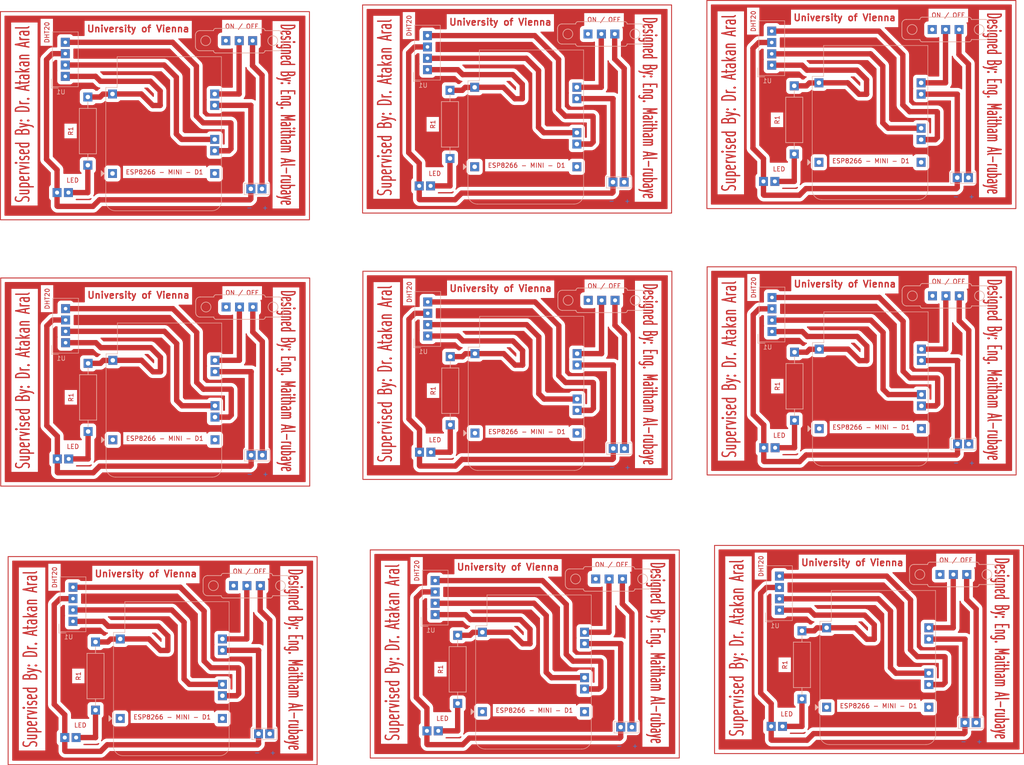
<source format=kicad_pcb>
(kicad_pcb (version 20240225) (generator "pcbnew") (generator_version "8.99")
  (layers (0 "F.Cu" signal) (31 "B.Cu" signal) (34 "B.Paste" user) (35 "F.Paste" user) (36 "B.SilkS" user "B.Silkscreen") (37 "F.SilkS" user "F.Silkscreen") (38 "B.Mask" user) (39 "F.Mask" user) (44 "Edge.Cuts" user))
  (net 0 "")
  (net 1 "Net-(D1-Pad2)")
  (net 2 "Net-(R1-Pad1)")
  (net 4 "Net-(D1-Pad1)")
  (net 5 "Net-(J1-Pad1)")
  (net 7 "Net-(U1-Pad2)")
  (net 8 "Net-(U1-Pad4)")
  (net 9 "Net-(SW1-Pad1)")
  (footprint "LED_THT:LED_D3.0mm_Horizontal_O6.35mm_Z2.0mm" (layer "B.Cu") (at 56.7175 62.025 180)
    (property "Reference" "D1")
    (property "Value" "LED")
  )
  (footprint "Custom_Footprints:Slide_Switch_SPDT_ThroughHole" (layer "B.Cu") (at 175.985 86.12 180)
    (property "Reference" "ON / OFF")
    (property "Value" "")
  )
  (footprint "Sensor:Aosong_DHT11_5.5x12.0_P2.54mm" (layer "B.Cu") (at 57.7425 157.9225)
    (property "Reference" "U1")
    (property "Value" "DHT20")
  )
  (footprint "Module:WEMOS_D1_mini_light" (layer "B.Cu") (at 147.64 115.82)
    (property "Reference" "U2")
    (property "Value" "ESP8266 - MINI - D1")
  )
  (footprint "LED_THT:LED_D3.0mm_Horizontal_O6.35mm_Z2.0mm" (layer "B.Cu") (at 137.78 120.095 180)
    (property "Reference" "D1")
    (property "Value" "LED")
  )
  (footprint "Custom_Footprints:Slide_Switch_SPDT_ThroughHole" (layer "B.Cu") (at 94.9225 28.05 180)
    (property "Reference" "ON / OFF")
    (property "Value" "")
  )
  (footprint "Connector_TE-Connectivity:TE_826576-2_1x02_P3.96mm_Vertical" (layer "B.Cu") (at 180.515 60.99 180)
    (property "Reference" "+   -")
    (property "Value" "Screw_Terminal_01x02")
  )
  (footprint "Custom_Footprints:Slide_Switch_SPDT_ThroughHole" (layer "B.Cu") (at 252.9225 25.55 180)
    (property "Reference" "ON / OFF")
    (property "Value" "")
  )
  (footprint "Connector_TE-Connectivity:TE_826576-2_1x02_P3.96mm_Vertical" (layer "B.Cu") (at 257.515 59.99 180)
    (property "Reference" "+   -")
    (property "Value" "Screw_Terminal_01x02")
  )
  (footprint "Custom_Footprints:Resistor_Horizontal_2W" (layer "B.Cu") (at 220.78 167.66 -90)
    (property "Reference" "R1")
    (property "Value" "R")
  )
  (footprint "LED_THT:LED_D3.0mm_Horizontal_O6.35mm_Z2.0mm" (layer "B.Cu") (at 56.78 121.595 180)
    (property "Reference" "D1")
    (property "Value" "LED")
  )
  (footprint "Custom_Footprints:Slide_Switch_SPDT_ThroughHole" (layer "B.Cu") (at 177.645 148.44 180)
    (property "Reference" "ON / OFF")
    (property "Value" "")
  )
  (footprint "Module:WEMOS_D1_mini_light" (layer "B.Cu") (at 226.3 177.14)
    (property "Reference" "U2")
    (property "Value" "ESP8266 - MINI - D1")
  )
  (footprint "Connector_TE-Connectivity:TE_826576-2_1x02_P3.96mm_Vertical" (layer "B.Cu") (at 101.2375 184.38 180)
    (property "Reference" "+   -")
    (property "Value" "Screw_Terminal_01x02")
  )
  (footprint "Custom_Footprints:Slide_Switch_SPDT_ThroughHole" (layer "B.Cu") (at 175.9225 26.55 180)
    (property "Reference" "ON / OFF")
    (property "Value" "")
  )
  (footprint "Sensor:Aosong_DHT11_5.5x12.0_P2.54mm" (layer "B.Cu") (at 214.02 33.5325)
    (property "Reference" "U1")
    (property "Value" "DHT20")
  )
  (footprint "Sensor:Aosong_DHT11_5.5x12.0_P2.54mm" (layer "B.Cu") (at 56.02 36.0325)
    (property "Reference" "U1")
    (property "Value" "DHT20")
  )
  (footprint "Module:WEMOS_D1_mini_light" (layer "B.Cu") (at 66.64 117.32)
    (property "Reference" "U2")
    (property "Value" "ESP8266 - MINI - D1")
  )
  (footprint "Module:WEMOS_D1_mini_light" (layer "B.Cu") (at 68.3 179.64)
    (property "Reference" "U2")
    (property "Value" "ESP8266 - MINI - D1")
  )
  (footprint "Module:WEMOS_D1_mini_light" (layer "B.Cu") (at 149.3 178.14)
    (property "Reference" "U2")
    (property "Value" "ESP8266 - MINI - D1")
  )
  (footprint "LED_THT:LED_D3.0mm_Horizontal_O6.35mm_Z2.0mm" (layer "B.Cu") (at 58.44 183.915 180)
    (property "Reference" "D1")
    (property "Value" "LED")
  )
  (footprint "Sensor:Aosong_DHT11_5.5x12.0_P2.54mm" (layer "B.Cu") (at 215.7425 155.4225)
    (property "Reference" "U1")
    (property "Value" "DHT20")
  )
  (footprint "Custom_Footprints:Resistor_Horizontal_2W" (layer "B.Cu") (at 142.0575 46.77 -90)
    (property "Reference" "R1")
    (property "Value" "R")
  )
  (footprint "LED_THT:LED_D3.0mm_Horizontal_O6.35mm_Z2.0mm" (layer "B.Cu") (at 139.44 182.415 180)
    (property "Reference" "D1")
    (property "Value" "LED")
  )
  (footprint "Custom_Footprints:Resistor_Horizontal_2W" (layer "B.Cu") (at 61.0575 48.27 -90)
    (property "Reference" "R1")
    (property "Value" "R")
  )
  (footprint "Sensor:Aosong_DHT11_5.5x12.0_P2.54mm" (layer "B.Cu") (at 138.7425 156.4225)
    (property "Reference" "U1")
    (property "Value" "DHT20")
  )
  (footprint "Sensor:Aosong_DHT11_5.5x12.0_P2.54mm" (layer "B.Cu") (at 137.02 34.5325)
    (property "Reference" "U1")
    (property "Value" "DHT20")
  )
  (footprint "Module:WEMOS_D1_mini_light" (layer "B.Cu") (at 147.5775 56.25)
    (property "Reference" "U2")
    (property "Value" "ESP8266 - MINI - D1")
  )
  (footprint "Connector_TE-Connectivity:TE_826576-2_1x02_P3.96mm_Vertical" (layer "B.Cu") (at 182.2375 182.88 180)
    (property "Reference" "+   -")
    (property "Value" "Screw_Terminal_01x02")
  )
  (footprint "LED_THT:LED_D3.0mm_Horizontal_O6.35mm_Z2.0mm" (layer "B.Cu") (at 214.78 119.095 180)
    (property "Reference" "D1")
    (property "Value" "LED")
  )
  (footprint "Sensor:Aosong_DHT11_5.5x12.0_P2.54mm" (layer "B.Cu") (at 56.0825 95.6025)
    (property "Reference" "U1")
    (property "Value" "DHT20")
  )
  (footprint "Module:WEMOS_D1_mini_light" (layer "B.Cu") (at 224.64 114.82)
    (property "Reference" "U2")
    (property "Value" "ESP8266 - MINI - D1")
  )
  (footprint "Custom_Footprints:Resistor_Horizontal_2W" (layer "B.Cu") (at 219.0575 45.77 -90)
    (property "Reference" "R1")
    (property "Value" "R")
  )
  (footprint "Sensor:Aosong_DHT11_5.5x12.0_P2.54mm" (layer "B.Cu") (at 214.0825 93.1025)
    (property "Reference" "U1")
    (property "Value" "DHT20")
  )
  (footprint "Custom_Footprints:Resistor_Horizontal_2W" (layer "B.Cu") (at 142.12 106.34 -90)
    (property "Reference" "R1")
    (property "Value" "R")
  )
  (footprint "Custom_Footprints:Slide_Switch_SPDT_ThroughHole" (layer "B.Cu") (at 254.645 147.44 180)
    (property "Reference" "ON / OFF")
    (property "Value" "")
  )
  (footprint "Connector_TE-Connectivity:TE_826576-2_1x02_P3.96mm_Vertical" (layer "B.Cu") (at 180.5775 120.56 180)
    (property "Reference" "+   -")
    (property "Value" "Screw_Terminal_01x02")
  )
  (footprint "LED_THT:LED_D3.0mm_Horizontal_O6.35mm_Z2.0mm" (layer "B.Cu") (at 214.7175 59.525 180)
    (property "Reference" "D1")
    (property "Value" "LED")
  )
  (footprint "Module:WEMOS_D1_mini_light" (layer "B.Cu") (at 66.5775 57.75)
    (property "Reference" "U2")
    (property "Value" "ESP8266 - MINI - D1")
  )
  (footprint "Connector_TE-Connectivity:TE_826576-2_1x02_P3.96mm_Vertical" (layer "B.Cu") (at 257.5775 119.56 180)
    (property "Reference" "+   -")
    (property "Value" "Screw_Terminal_01x02")
  )
  (footprint "LED_THT:LED_D3.0mm_Horizontal_O6.35mm_Z2.0mm" (layer "B.Cu") (at 137.7175 60.525 180)
    (property "Reference" "D1")
    (property "Value" "LED")
  )
  (footprint "Custom_Footprints:Resistor_Horizontal_2W" (layer "B.Cu") (at 219.12 105.34 -90)
    (property "Reference" "R1")
    (property "Value" "R")
  )
  (footprint "Connector_TE-Connectivity:TE_826576-2_1x02_P3.96mm_Vertical" (layer "B.Cu") (at 99.515 62.49 180)
    (property "Reference" "+   -")
    (property "Value" "Screw_Terminal_01x02")
  )
  (footprint "Custom_Footprints:Slide_Switch_SPDT_ThroughHole" (layer "B.Cu") (at 94.985 87.62 180)
    (property "Reference" "ON / OFF")
    (property "Value" "")
  )
  (footprint "LED_THT:LED_D3.0mm_Horizontal_O6.35mm_Z2.0mm" (layer "B.Cu") (at 216.44 181.415 180)
    (property "Reference" "D1")
    (property "Value" "LED")
  )
  (footprint "Custom_Footprints:Slide_Switch_SPDT_ThroughHole" (layer "B.Cu") (at 252.985 85.12 180)
    (property "Reference" "ON / OFF")
    (property "Value" "")
  )
  (footprint "Connector_TE-Connectivity:TE_826576-2_1x02_P3.96mm_Vertical" (layer "B.Cu") (at 99.5775 122.06 180)
    (property "Reference" "+   -")
    (property "Value" "Screw_Terminal_01x02")
  )
  (footprint "Custom_Footprints:Slide_Switch_SPDT_ThroughHole" (layer "B.Cu") (at 96.645 149.94 180)
    (property "Reference" "ON / OFF")
    (property "Value" "")
  )
  (footprint "Custom_Footprints:Resistor_Horizontal_2W" (layer "B.Cu") (at 61.12 107.84 -90)
    (property "Reference" "R1")
    (property "Value" "R")
  )
  (footprint "Connector_TE-Connectivity:TE_826576-2_1x02_P3.96mm_Vertical" (layer "B.Cu") (at 259.2375 181.88 180)
    (property "Reference" "+   -")
    (property "Value" "Screw_Terminal_01x02")
  )
  (footprint "Module:WEMOS_D1_mini_light" (layer "B.Cu") (at 224.5775 55.25)
    (property "Reference" "U2")
    (property "Value" "ESP8266 - MINI - D1")
  )
  (footprint "Custom_Footprints:Resistor_Horizontal_2W" (layer "B.Cu") (at 143.78 168.66 -90)
    (property "Reference" "R1")
    (property "Value" "R")
  )
  (footprint "Sensor:Aosong_DHT11_5.5x12.0_P2.54mm" (layer "B.Cu") (at 137.0825 94.1025)
    (property "Reference" "U1")
    (property "Value" "DHT20")
  )
  (footprint "Custom_Footprints:Resistor_Horizontal_2W" (layer "B.Cu") (at 62.78 170.16 -90)
    (property "Reference" "R1")
    (property "Value" "R")
  )
  (gr_rect (start 199.575 78.62) (end 268.685 125.18) (stroke (width 0.2)) (fill none) (layer "F.Cu"))
  (gr_rect (start 122.575 79.62) (end 191.685 126.18) (stroke (width 0.2)) (fill none) (layer "F.Cu"))
  (gr_rect (start 122.5125 20.05) (end 191.6225 66.61) (stroke (width 0.2)) (fill none) (layer "F.Cu"))
  (gr_rect (start 41.5125 21.55) (end 110.6225 68.11) (stroke (width 0.2)) (fill none) (layer "F.Cu"))
  (gr_rect (start 124.235 141.94) (end 193.345 188.5) (stroke (width 0.2)) (fill none) (layer "F.Cu"))
  (gr_rect (start 199.5125 19.05) (end 268.6225 65.61) (stroke (width 0.2)) (fill none) (layer "F.Cu"))
  (gr_rect (start 41.575 81.12) (end 110.685 127.68) (stroke (width 0.2)) (fill none) (layer "F.Cu"))
  (gr_rect (start 201.235 140.94) (end 270.345 187.5) (stroke (width 0.2)) (fill none) (layer "F.Cu"))
  (gr_rect (start 43.235 143.44) (end 112.345 190) (stroke (width 0.2)) (fill none) (layer "F.Cu"))
  (gr_text "Designed By: Eng. Maitham Al-rubaye" (at 186.765 102.66 270) (layer "F.Cu") (effects (font (size 3 1.4) (thickness 0.3))))
  (gr_text "Designed By: Eng. Maitham Al-rubaye" (at 263.765 101.66 270) (layer "F.Cu") (effects (font (size 3 1.4) (thickness 0.3))))
  (gr_text "Designed By: Eng. Maitham Al-rubaye" (at 186.7025 43.09 270) (layer "F.Cu") (effects (font (size 3 1.4) (thickness 0.3))))
  (gr_text "Supervised By: Dr. Atakan Aral" (at 46.555 104.06 90) (layer "F.Cu") (effects (font (size 3 1.7) (thickness 0.3))))
  (gr_text "Supervised By: Dr. Atakan Aral" (at 46.4925 44.49 90) (layer "F.Cu") (effects (font (size 3 1.7) (thickness 0.3))))
  (gr_text "Supervised By: Dr. Atakan Aral" (at 127.555 102.56 90) (layer "F.Cu") (effects (font (size 3 1.7) (thickness 0.3))))
  (gr_text "Supervised By: Dr. Atakan Aral" (at 129.215 164.88 90) (layer "F.Cu") (effects (font (size 3 1.7) (thickness 0.3))))
  (gr_text "Designed By: Eng. Maitham Al-rubaye" (at 188.425 164.98 270) (layer "F.Cu") (effects (font (size 3 1.4) (thickness 0.3))))
  (gr_text "Designed By: Eng. Maitham Al-rubaye" (at 105.765 104.16 270) (layer "F.Cu") (effects (font (size 3 1.4) (thickness 0.3))))
  (gr_text "Supervised By: Dr. Atakan Aral" (at 204.4925 41.99 90) (layer "F.Cu") (effects (font (size 3 1.7) (thickness 0.3))))
  (gr_text "Designed By: Eng. Maitham Al-rubaye" (at 105.7025 44.59 270) (layer "F.Cu") (effects (font (size 3 1.4) (thickness 0.3))))
  (gr_text "Designed By: Eng. Maitham Al-rubaye" (at 265.425 163.98 270) (layer "F.Cu") (effects (font (size 3 1.4) (thickness 0.3))))
  (gr_text "Supervised By: Dr. Atakan Aral" (at 206.215 163.88 90) (layer "F.Cu") (effects (font (size 3 1.7) (thickness 0.3))))
  (gr_text "Designed By: Eng. Maitham Al-rubaye" (at 107.425 166.48 270) (layer "F.Cu") (effects (font (size 3 1.4) (thickness 0.3))))
  (gr_text "Supervised By: Dr. Atakan Aral" (at 48.215 166.38 90) (layer "F.Cu") (effects (font (size 3 1.7) (thickness 0.3))))
  (gr_text "Designed By: Eng. Maitham Al-rubaye" (at 263.7025 42.09 270) (layer "F.Cu") (effects (font (size 3 1.4) (thickness 0.3))))
  (gr_text "Supervised By: Dr. Atakan Aral" (at 127.4925 42.99 90) (layer "F.Cu") (effects (font (size 3 1.7) (thickness 0.3))))
  (gr_text "Supervised By: Dr. Atakan Aral" (at 204.555 101.56 90) (layer "F.Cu") (effects (font (size 3 1.7) (thickness 0.3))))
  (segment (start 97.365 123.21) (end 63.73 123.21) (width 1.2) (layer "F.Cu") (net 1))
  (segment (start 211.545 173.98) (end 213.9 176.335) (width 1.2) (layer "F.Cu") (net 1))
  (segment (start 132.8225 53.09) (end 135.1775 55.445) (width 1.2) (layer "F.Cu") (net 1))
  (segment (start 132.8225 30.78) (end 132.8225 53.09) (width 1.2) (layer "F.Cu") (net 1))
  (segment (start 178.515 59.69) (end 178.515 41.0375) (width 1.2) (layer "F.Cu") (net 1))
  (segment (start 255.605 99.58) (end 247.5 99.58) (width 1.2) (layer "F.Cu") (net 1))
  (segment (start 209.885 89.35) (end 209.885 111.66) (width 1.2) (layer "F.Cu") (net 1))
  (segment (start 146.39 184.03) (end 144.92 185.5) (width 1.2) (layer "F.Cu") (net 1))
  (segment (start 99.025 185.53) (end 65.39 185.53) (width 1.2) (layer "F.Cu") (net 1))
  (segment (start 134.0525 29.55) (end 132.8225 30.78) (width 1.2) (layer "F.Cu") (net 1))
  (segment (start 255.365 120.71) (end 221.73 120.71) (width 1.2) (layer "F.Cu") (net 1))
  (segment (start 55.9 178.835) (end 55.9 183.915) (width 1.2) (layer "F.Cu") (net 1))
  (segment (start 212.8725 150.3425) (end 212.775 150.44) (width 0.25) (layer "F.Cu") (net 1))
  (segment (start 135.775 151.44) (end 134.545 152.67) (width 1.2) (layer "F.Cu") (net 1))
  (segment (start 97.605 102.08) (end 89.5 102.08) (width 1.2) (layer "F.Cu") (net 1))
  (segment (start 97.3025 63.64) (end 63.6675 63.64) (width 1.2) (layer "F.Cu") (net 1))
  (segment (start 178.5425 41.01) (end 170.4375 41.01) (width 1.2) (layer "F.Cu") (net 1))
  (segment (start 257.2375 180.58) (end 257.2375 161.9275) (width 1.2) (layer "F.Cu") (net 1))
  (segment (start 136.9 177.335) (end 136.9 182.415) (width 1.2) (layer "F.Cu") (net 1))
  (segment (start 213.9 184.4) (end 214 184.5) (width 0.25) (layer "F.Cu") (net 1))
  (segment (start 255.3025 61.14) (end 221.6675 61.14) (width 1.2) (layer "F.Cu") (net 1))
  (segment (start 65.39 185.53) (end 63.92 187) (width 1.2) (layer "F.Cu") (net 1))
  (segment (start 97.5425 42.51) (end 89.4375 42.51) (width 1.2) (layer "F.Cu") (net 1))
  (segment (start 53.0525 31.05) (end 51.8225 32.28) (width 1.2) (layer "F.Cu") (net 1))
  (segment (start 223.39 183.03) (end 221.92 184.5) (width 1.2) (layer "F.Cu") (net 1))
  (segment (start 99.2375 185.3175) (end 99.025 185.53) (width 1.2) (layer "F.Cu") (net 1))
  (segment (start 255.515 58.69) (end 255.515 40.0375) (width 1.2) (layer "F.Cu") (net 1))
  (segment (start 97.515 61.19) (end 97.515 42.5375) (width 1.2) (layer "F.Cu") (net 1))
  (segment (start 97.5775 122.9975) (end 97.365 123.21) (width 1.2) (layer "F.Cu") (net 1))
  (segment (start 214.0825 88.0225) (end 211.2125 88.0225) (width 1.2) (layer "F.Cu") (net 1))
  (segment (start 134.545 174.98) (end 136.9 177.335) (width 1.2) (layer "F.Cu") (net 1))
  (segment (start 257.2375 182.8175) (end 257.025 183.03) (width 1.2) (layer "F.Cu") (net 1))
  (segment (start 62.26 124.68) (end 54.34 124.68) (width 1.2) (layer "F.Cu") (net 1))
  (segment (start 62.1975 65.11) (end 54.2775 65.11) (width 1.2) (layer "F.Cu") (net 1))
  (segment (start 220.1975 62.61) (end 212.2775 62.61) (width 1.2) (layer "F.Cu") (net 1))
  (segment (start 221.73 120.71) (end 220.26 122.18) (width 1.2) (layer "F.Cu") (net 1))
  (segment (start 144.73 121.71) (end 143.26 123.18) (width 1.2) (layer "F.Cu") (net 1))
  (segment (start 255.5425 40.01) (end 247.4375 40.01) (width 1.2) (layer "F.Cu") (net 1))
  (segment (start 55.9 183.915) (end 55.9 186.9) (width 1.2) (layer "F.Cu") (net 1))
  (segment (start 144.92 185.5) (end 137 185.5) (width 1.2) (layer "F.Cu") (net 1))
  (segment (start 211.0525 28.55) (end 209.8225 29.78) (width 1.2) (layer "F.Cu") (net 1))
  (segment (start 211.115 88.12) (end 209.885 89.35) (width 1.2) (layer "F.Cu") (net 1))
  (segment (start 54.8725 152.8425) (end 54.775 152.94) (width 0.25) (layer "F.Cu") (net 1))
  (segment (start 255.515 60.9275) (end 255.3025 61.14) (width 1.2) (layer "F.Cu") (net 1))
  (segment (start 54.1775 65.01) (end 54.2775 65.11) (width 0.25) (layer "F.Cu") (net 1))
  (segment (start 257.025 183.03) (end 223.39 183.03) (width 1.2) (layer "F.Cu") (net 1))
  (segment (start 63.92 187) (end 56 187) (width 1.2) (layer "F.Cu") (net 1))
  (segment (start 136.9 182.415) (end 136.9 185.4) (width 1.2) (layer "F.Cu") (net 1))
  (segment (start 255.5775 118.26) (end 255.5775 120.4975) (width 1.2) (layer "F.Cu") (net 1))
  (segment (start 56.02 30.9525) (end 53.15 30.9525) (width 1.2) (layer "F.Cu") (net 1))
  (segment (start 178.5775 119.26) (end 178.5775 100.6075) (width 1.2) (layer "F.Cu") (net 1))
  (segment (start 180.025 184.03) (end 146.39 184.03) (width 1.2) (layer "F.Cu") (net 1))
  (segment (start 221.6675 61.14) (end 220.1975 62.61) (width 1.2) (layer "F.Cu") (net 1))
  (segment (start 97.515 61.19) (end 97.515 63.4275) (width 1.2) (layer "F.Cu") (net 1))
  (segment (start 51.885 114.16) (end 54.24 116.515) (width 1.2) (layer "F.Cu") (net 1))
  (segment (start 257.265 161.9) (end 249.16 161.9) (width 1.2) (layer "F.Cu") (net 1))
  (segment (start 97.515 63.4275) (end 97.3025 63.64) (width 1.2) (layer "F.Cu") (net 1))
  (segment (start 134.115 89.12) (end 132.885 90.35) (width 1.2) (layer "F.Cu") (net 1))
  (segment (start 63.6675 63.64) (end 62.1975 65.11) (width 1.2) (layer "F.Cu") (net 1))
  (segment (start 211.545 151.67) (end 211.545 173.98) (width 1.2) (layer "F.Cu") (net 1))
  (segment (start 143.1975 63.61) (end 135.2775 63.61) (width 1.2) (layer "F.Cu") (net 1))
  (segment (start 63.73 123.21) (end 62.26 124.68) (width 1.2) (layer "F.Cu") (net 1))
  (segment (start 135.1775 60.525) (end 135.1775 63.51) (width 1.2) (layer "F.Cu") (net 1))
  (segment (start 178.3025 62.14) (end 144.6675 62.14) (width 1.2) (layer "F.Cu") (net 1))
  (segment (start 135.24 123.08) (end 135.34 123.18) (width 0.25) (layer "F.Cu") (net 1))
  (segment (start 54.775 152.94) (end 53.545 154.17) (width 1.2) (layer "F.Cu") (net 1))
  (segment (start 135.1775 63.51) (end 135.2775 63.61) (width 0.25) (layer "F.Cu") (net 1))
  (segment (start 180.265 162.9) (end 172.16 162.9) (width 1.2) (layer "F.Cu") (net 1))
  (segment (start 136.9 185.4) (end 137 185.5) (width 0.25) (layer "F.Cu") (net 1))
  (segment (start 132.885 90.35) (end 132.885 112.66) (width 1.2) (layer "F.Cu") (net 1))
  (segment (start 212.1775 59.525) (end 212.1775 62.51) (width 1.2) (layer "F.Cu") (net 1))
  (segment (start 135.24 120.095) (end 135.24 123.08) (width 1.2) (layer "F.Cu") (net 1))
  (segment (start 214.02 28.4525) (end 211.15 28.4525) (width 1.2) (layer "F.Cu") (net 1))
  (segment (start 54.24 121.595) (end 54.24 124.58) (width 1.2) (layer "F.Cu") (net 1))
  (segment (start 132.885 112.66) (end 135.24 115.015) (width 1.2) (layer "F.Cu") (net 1))
  (segment (start 180.2375 181.58) (end 180.2375 162.9275) (width 1.2) (layer "F.Cu") (net 1))
  (segment (start 99.265 164.4) (end 91.16 164.4) (width 1.2) (layer "F.Cu") (net 1))
  (segment (start 220.26 122.18) (end 212.34 122.18) (width 1.2) (layer "F.Cu") (net 1))
  (segment (start 221.92 184.5) (end 214 184.5) (width 1.2) (layer "F.Cu") (net 1))
  (segment (start 178.5775 121.4975) (end 178.365 121.71) (width 1.2) (layer "F.Cu") (net 1))
  (segment (start 212.24 122.08) (end 212.34 122.18) (width 0.25) (layer "F.Cu") (net 1))
  (segment (start 213.9 181.415) (end 213.9 184.4) (width 1.2) (layer "F.Cu") (net 1))
  (segment (start 212.1775 54.445) (end 212.1775 59.525) (width 1.2) (layer "F.Cu") (net 1))
  (segment (start 51.885 91.85) (end 51.885 114.16) (width 1.2) (layer "F.Cu") (net 1))
  (segment (start 212.775 150.44) (end 211.545 151.67) (width 1.2) (layer "F.Cu") (net 1))
  (segment (start 134.2125 89.0225) (end 134.115 89.12) (width 0.25) (layer "F.Cu") (net 1))
  (segment (start 51.8225 54.59) (end 54.1775 56.945) (width 1.2) (layer "F.Cu") (net 1))
  (segment (start 257.2375 180.58) (end 257.2375 182.8175) (width 1.2) (layer "F.Cu") (net 1))
  (segment (start 213.9 176.335) (end 213.9 181.415) (width 1.2) (layer "F.Cu") (net 1))
  (segment (start 97.5775 120.76) (end 97.5775 122.9975) (width 1.2) (layer "F.Cu") (net 1))
  (segment (start 209.8225 29.78) (end 209.8225 52.09) (width 1.2) (layer "F.Cu") (net 1))
  (segment (start 209.8225 52.09) (end 212.1775 54.445) (width 1.2) (layer "F.Cu") (net 1))
  (segment (start 99.2375 183.08) (end 99.2375 164.4275) (width 1.2) (layer "F.Cu") (net 1))
  (segment (start 135.24 115.015) (end 135.24 120.095) (width 1.2) (layer "F.Cu") (net 1))
  (segment (start 138.7425 151.3425) (end 135.8725 151.3425) (width 1.2) (layer "F.Cu") (net 1))
  (segment (start 178.365 121.71) (end 144.73 121.71) (width 1.2) (layer "F.Cu") (net 1))
  (segment (start 54.1775 56.945) (end 54.1775 62.025) (width 1.2) (layer "F.Cu") (net 1))
  (segment (start 134.545 152.67) (end 134.545 174.98) (width 1.2) (layer "F.Cu") (net 1))
  (segment (start 178.5775 119.26) (end 178.5775 121.4975) (width 1.2) (layer "F.Cu") (net 1))
  (segment (start 215.7425 150.3425) (end 212.8725 150.3425) (width 1.2) (layer "F.Cu") (net 1))
  (segment (start 212.24 114.015) (end 212.24 119.095) (width 1.2) (layer "F.Cu") (net 1))
  (segment (start 255.5775 118.26) (end 255.5775 99.6075) (width 1.2) (layer "F.Cu") (net 1))
  (segment (start 209.885 111.66) (end 212.24 114.015) (width 1.2) (layer "F.Cu") (net 1))
  (segment (start 135.8725 151.3425) (end 135.775 151.44) (width 0.25) (layer "F.Cu") (net 1))
  (segment (start 54.24 116.515) (end 54.24 121.595) (width 1.2) (layer "F.Cu") (net 1))
  (segment (start 178.515 59.69) (end 178.515 61.9275) (width 1.2) (layer "F.Cu") (net 1))
  (segment (start 255.5775 120.4975) (end 255.365 120.71) (width 1.2) (layer "F.Cu") (net 1))
  (segment (start 144.6675 62.14) (end 143.1975 63.61) (width 1.2) (layer "F.Cu") (net 1))
  (segment (start 211.15 28.4525) (end 211.0525 28.55) (width 0.25) (layer "F.Cu") (net 1))
  (segment (start 137.02 29.4525) (end 134.15 29.4525) (width 1.2) (layer "F.Cu") (net 1))
  (segment (start 212.1775 62.51) (end 212.2775 62.61) (width 0.25) (layer "F.Cu") (net 1))
  (segment (start 137.0825 89.0225) (end 134.2125 89.0225) (width 1.2) (layer "F.Cu") (net 1))
  (segment (start 97.5775 120.76) (end 97.5775 102.1075) (width 1.2) (layer "F.Cu") (net 1))
  (segment (start 53.115 90.62) (end 51.885 91.85) (width 1.2) (layer "F.Cu") (net 1))
  (segment (start 178.605 100.58) (end 170.5 100.58) (width 1.2) (layer "F.Cu") (net 1))
  (segment (start 134.15 29.4525) (end 134.0525 29.55) (width 0.25) (layer "F.Cu") (net 1))
  (segment (start 51.8225 32.28) (end 51.8225 54.59) (width 1.2) (layer "F.Cu") (net 1))
  (segment (start 99.2375 183.08) (end 99.2375 185.3175) (width 1.2) (layer "F.Cu") (net 1))
  (segment (start 178.515 61.9275) (end 178.3025 62.14) (width 1.2) (layer "F.Cu") (net 1))
  (segment (start 143.26 123.18) (end 135.34 123.18) (width 1.2) (layer "F.Cu") (net 1))
  (segment (start 255.515 58.69) (end 255.515 60.9275) (width 1.2) (layer "F.Cu") (net 1))
  (segment (start 211.2125 88.0225) (end 211.115 88.12) (width 0.25) (layer "F.Cu") (net 1))
  (segment (start 53.15 30.9525) (end 53.0525 31.05) (width 0.25) (layer "F.Cu") (net 1))
  (segment (start 180.2375 183.8175) (end 180.025 184.03) (width 1.2) (layer "F.Cu") (net 1))
  (segment (start 53.2125 90.5225) (end 53.115 90.62) (width 0.25) (layer "F.Cu") (net 1))
  (segment (start 212.24 119.095) (end 212.24 122.08) (width 1.2) (layer "F.Cu") (net 1))
  (segment (start 180.2375 181.58) (end 180.2375 183.8175) (width 1.2) (layer "F.Cu") (net 1))
  (segment (start 54.1775 62.025) (end 54.1775 65.01) (width 1.2) (layer "F.Cu") (net 1))
  (segment (start 53.545 154.17) (end 53.545 176.48) (width 1.2) (layer "F.Cu") (net 1))
  (segment (start 54.24 124.58) (end 54.34 124.68) (width 0.25) (layer "F.Cu") (net 1))
  (segment (start 53.545 176.48) (end 55.9 178.835) (width 1.2) (layer "F.Cu") (net 1))
  (segment (start 57.7425 152.8425) (end 54.8725 152.8425) (width 1.2) (layer "F.Cu") (net 1))
  (segment (start 55.9 186.9) (end 56 187) (width 0.25) (layer "F.Cu") (net 1))
  (segment (start 135.1775 55.445) (end 135.1775 60.525) (width 1.2) (layer "F.Cu") (net 1))
  (segment (start 56.0825 90.5225) (end 53.2125 90.5225) (width 1.2) (layer "F.Cu") (net 1))
  (segment (start 158.285 100.61) (end 156.645 100.61) (width 1.2) (layer "F.Cu") (net 2))
  (segment (start 73.0125 39.97) (end 66.5775 39.97) (width 1.2) (layer "F.Cu") (net 2))
  (segment (start 175.8925 38.47) (end 175.8925 26.91) (width 1.2) (layer "F.Cu") (net 2))
  (segment (start 78.955 164.4) (end 78.935 164.42) (width 1.2) (layer "F.Cu") (net 2))
  (segment (start 219.0575 38.15) (end 221.8025 38.15) (width 1.2) (layer "F.Cu") (net 2))
  (segment (start 145.5175 156.4225) (end 146.625 157.53) (width 1.2) (layer "F.Cu") (net 2))
  (segment (start 221.9025 34.64) (end 233.0725 34.64) (width 1.2) (layer "F.Cu") (net 2))
  (segment (start 56.0825 95.6025) (end 62.8575 95.6025) (width 1.2) (layer "F.Cu") (net 2))
  (segment (start 222.515 97.07) (end 224.61 97.07) (width 1.2) (layer "F.Cu") (net 2))
  (segment (start 223.625 156.53) (end 234.795 156.53) (width 1.2) (layer "F.Cu") (net 2))
  (segment (start 91.16 161.86) (end 96.615 161.86) (width 1.2) (layer "F.Cu") (net 2))
  (segment (start 64.515 99.57) (end 66.61 99.57) (width 1.2) (layer "F.Cu") (net 2))
  (segment (start 158.295 97.37) (end 158.295 100.58) (width 1.2) (layer "F.Cu") (net 2))
  (segment (start 154.075 98.04) (end 147.64 98.04) (width 1.2) (layer "F.Cu") (net 2))
  (segment (start 143.78 161.04) (end 146.525 161.04) (width 1.2) (layer "F.Cu") (net 2))
  (segment (start 222.4525 37.5) (end 224.5475 37.5) (width 1.2) (layer "F.Cu") (net 2))
  (segment (start 254.615 159.36) (end 254.615 147.8) (width 1.2) (layer "F.Cu") (net 2))
  (segment (start 233.0725 34.64) (end 235.2325 36.8) (width 1.2) (layer "F.Cu") (net 2))
  (segment (start 144.8025 39.15) (end 145.4525 38.5) (width 1.2) (layer "F.Cu") (net 2))
  (segment (start 65.525 162.54) (end 66.175 161.89) (width 1.2) (layer "F.Cu") (net 2))
  (segment (start 68.27 161.89) (end 68.3 161.86) (width 0.25) (layer "F.Cu") (net 2))
  (segment (start 73.075 99.54) (end 66.64 99.54) (width 1.2) (layer "F.Cu") (net 2))
  (segment (start 78.955 161.19) (end 78.955 164.4) (width 1.2) (layer "F.Cu") (net 2))
  (segment (start 143.795 34.5325) (end 144.9025 35.64) (width 1.2) (layer "F.Cu") (net 2))
  (segment (start 137.02 34.5325) (end 143.795 34.5325) (width 1.2) (layer "F.Cu") (net 2))
  (segment (start 62.78 162.54) (end 65.525 162.54) (width 1.2) (layer "F.Cu") (net 2))
  (segment (start 247.4375 37.47) (end 252.8925 37.47) (width 1.2) (layer "F.Cu") (net 2))
  (segment (start 156.135 95.21) (end 158.295 97.37) (width 1.2) (layer "F.Cu") (net 2))
  (segment (start 146.625 157.53) (end 157.795 157.53) (width 1.2) (layer "F.Cu") (net 2))
  (segment (start 234.795 156.53) (end 236.955 158.69) (width 1.2) (layer "F.Cu") (net 2))
  (segment (start 221.965 94.21) (end 233.135 94.21) (width 1.2) (layer "F.Cu") (net 2))
  (segment (start 63.8025 40.65) (end 64.4525 40) (width 1.2) (layer "F.Cu") (net 2))
  (segment (start 224.5475 37.5) (end 224.5775 37.47) (width 0.25) (layer "F.Cu") (net 2))
  (segment (start 226.27 159.39) (end 226.3 159.36) (width 0.25) (layer "F.Cu") (net 2))
  (segment (start 144.9025 35.64) (end 156.0725 35.64) (width 1.2) (layer "F.Cu") (net 2))
  (segment (start 158.2325 41.01) (end 158.2125 41.03) (width 1.2) (layer "F.Cu") (net 2))
  (segment (start 147.61 98.07) (end 147.64 98.04) (width 0.25) (layer "F.Cu") (net 2))
  (segment (start 235.2325 36.8) (end 235.2325 40.01) (width 1.2) (layer "F.Cu") (net 2))
  (segment (start 77.2325 42.51) (end 77.2125 42.53) (width 1.2) (layer "F.Cu") (net 2))
  (segment (start 177.615 160.36) (end 177.615 148.8) (width 1.2) (layer "F.Cu") (net 2))
  (segment (start 223.525 160.04) (end 224.175 159.39) (width 1.2) (layer "F.Cu") (net 2))
  (segment (start 77.2325 39.3) (end 77.2325 42.51) (width 1.2) (layer "F.Cu") (net 2))
  (segment (start 156.0725 35.64) (end 158.2325 37.8) (width 1.2) (layer "F.Cu") (net 2))
  (segment (start 224.175 159.39) (end 226.27 159.39) (width 1.2) (layer "F.Cu") (net 2))
  (segment (start 66.61 99.57) (end 66.64 99.54) (width 0.25) (layer "F.Cu") (net 2))
  (segment (start 172.16 160.36) (end 177.615 160.36) (width 1.2) (layer "F.Cu") (net 2))
  (segment (start 233.135 94.21) (end 235.295 96.37) (width 1.2) (layer "F.Cu") (net 2))
  (segment (start 158.295 100.58) (end 158.275 100.6) (width 1.2) (layer "F.Cu") (net 2))
  (segment (start 249.16 159.36) (end 254.615 159.36) (width 1.2) (layer "F.Cu") (net 2))
  (segment (start 75.135 96.71) (end 77.295 98.87) (width 1.2) (layer "F.Cu") (net 2))
  (segment (start 77.295 98.87) (end 77.295 102.08) (width 1.2) (layer "F.Cu") (net 2))
  (segment (start 235.305 161.93) (end 232.735 159.36) (width 1.2) (layer "F.Cu") (net 2))
  (segment (start 220.78 160.04) (end 223.525 160.04) (width 1.2) (layer "F.Cu") (net 2))
  (segment (start 158.2225 41.04) (end 156.5825 41.04) (width 1.2) (layer "F.Cu") (net 2))
  (segment (start 96.615 161.86) (end 96.615 150.3) (width 1.2) (layer "F.Cu") (net 2))
  (segment (start 235.295 99.58) (end 235.275 99.6) (width 1.2) (layer "F.Cu") (net 2))
  (segment (start 247.5 97.04) (end 252.955 97.04) (width 1.2) (layer "F.Cu") (net 2))
  (segment (start 76.795 159.03) (end 78.955 161.19) (width 1.2) (layer "F.Cu") (net 2))
  (segment (start 75.0725 37.14) (end 77.2325 39.3) (width 1.2) (layer "F.Cu") (net 2))
  (segment (start 154.0125 38.47) (end 147.5775 38.47) (width 1.2) (layer "F.Cu") (net 2))
  (segment (start 158.305 162.93) (end 155.735 160.36) (width 1.2) (layer "F.Cu") (net 2))
  (segment (start 138.7425 156.4225) (end 145.5175 156.4225) (width 1.2) (layer "F.Cu") (net 2))
  (segment (start 144.965 95.21) (end 156.135 95.21) (width 1.2) (layer "F.Cu") (net 2))
  (segment (start 64.5175 157.9225) (end 65.625 159.03) (width 1.2) (layer "F.Cu") (net 2))
  (segment (start 158.2325 37.8) (end 158.2325 41.01) (width 1.2) (layer "F.Cu") (net 2))
  (segment (start 159.945 162.93) (end 158.305 162.93) (width 1.2) (layer "F.Cu") (net 2))
  (segment (start 236.945 161.93) (end 235.305 161.93) (width 1.2) (layer "F.Cu") (net 2))
  (segment (start 221.865 97.72) (end 222.515 97.07) (width 1.2) (layer "F.Cu") (net 2))
  (segment (start 74.735 161.86) (end 68.3 161.86) (width 1.2) (layer "F.Cu") (net 2))
  (segment (start 62.8575 95.6025) (end 63.965 96.71) (width 1.2) (layer "F.Cu") (net 2))
  (segment (start 145.4525 38.5) (end 147.5475 38.5) (width 1.2) (layer "F.Cu") (net 2))
  (segment (start 233.5825 40.04) (end 231.0125 37.47) (width 1.2) (layer "F.Cu") (net 2))
  (segment (start 252.8925 37.47) (end 252.8925 25.91) (width 1.2) (layer "F.Cu") (net 2))
  (segment (start 77.2225 42.54) (end 75.5825 42.54) (width 1.2) (layer "F.Cu") (net 2))
  (segment (start 75.645 102.11) (end 73.075 99.54) (width 1.2) (layer "F.Cu") (net 2))
  (segment (start 236.955 158.69) (end 236.955 161.9) (width 1.2) (layer "F.Cu") (net 2))
  (segment (start 63.9025 37.14) (end 75.0725 37.14) (width 1.2) (layer "F.Cu") (net 2))
  (segment (start 235.285 99.61) (end 233.645 99.61) (width 1.2) (layer "F.Cu") (net 2))
  (segment (start 232.735 159.36) (end 226.3 159.36) (width 1.2) (layer "F.Cu") (net 2))
  (segment (start 214.02 33.5325) (end 220.795 33.5325) (width 1.2) (layer "F.Cu") (net 2))
  (segment (start 156.5825 41.04) (end 154.0125 38.47) (width 1.2) (layer "F.Cu") (net 2))
  (segment (start 94.955 99.54) (end 94.955 87.98) (width 1.2) (layer "F.Cu") (net 2))
  (segment (start 219.12 97.72) (end 221.865 97.72) (width 1.2) (layer "F.Cu") (net 2))
  (segment (start 78.945 164.43) (end 77.305 164.43) (width 1.2) (layer "F.Cu") (net 2))
  (segment (start 75.5825 42.54) (end 73.0125 39.97) (width 1.2) (layer "F.Cu") (net 2))
  (segment (start 64.4525 40) (end 66.5475 40) (width 1.2) (layer "F.Cu") (net 2))
  (segment (start 231.0125 37.47) (end 224.5775 37.47) (width 1.2) (layer "F.Cu") (net 2))
  (segment (start 77.285 102.11) (end 75.645 102.11) (width 1.2) (layer "F.Cu") (net 2))
  (segment (start 215.7425 155.4225) (end 222.5175 155.4225) (width 1.2) (layer "F.Cu") (net 2))
  (segment (start 65.625 159.03) (end 76.795 159.03) (width 1.2) (layer "F.Cu") (net 2))
  (segment (start 147.175 160.39) (end 149.27 160.39) (width 1.2) (layer "F.Cu") (net 2))
  (segment (start 170.5 98.04) (end 175.955 98.04) (width 1.2) (layer "F.Cu") (net 2))
  (segment (start 170.4375 38.47) (end 175.8925 38.47) (width 1.2) (layer "F.Cu") (net 2))
  (segment (start 252.955 97.04) (end 252.955 85.48) (width 1.2) (layer "F.Cu") (net 2))
  (segment (start 224.61 97.07) (end 224.64 97.04) (width 0.25) (layer "F.Cu") (net 2))
  (segment (start 142.0575 39.15) (end 144.8025 39.15) (width 1.2) (layer "F.Cu") (net 2))
  (segment (start 220.8575 93.1025) (end 221.965 94.21) (width 1.2) (layer "F.Cu") (net 2))
  (segment (start 214.0825 93.1025) (end 220.8575 93.1025) (width 1.2) (layer "F.Cu") (net 2))
  (segment (start 156.645 100.61) (end 154.075 98.04) (width 1.2) (layer "F.Cu") (net 2))
  (segment (start 89.5 99.54) (end 94.955 99.54) (width 1.2) (layer "F.Cu") (net 2))
  (segment (start 143.8575 94.1025) (end 144.965 95.21) (width 1.2) (layer "F.Cu") (net 2))
  (segment (start 66.5475 40) (end 66.5775 39.97) (width 0.25) (layer "F.Cu") (net 2))
  (segment (start 149.27 160.39) (end 149.3 160.36) (width 0.25) (layer "F.Cu") (net 2))
  (segment (start 175.955 98.04) (end 175.955 86.48) (width 1.2) (layer "F.Cu") (net 2))
  (segment (start 89.4375 39.97) (end 94.8925 39.97) (width 1.2) (layer "F.Cu") (net 2))
  (segment (start 155.735 160.36) (end 149.3 160.36) (width 1.2) (layer "F.Cu") (net 2))
  (segment (start 231.075 97.04) (end 224.64 97.04) (width 1.2) (layer "F.Cu") (net 2))
  (segment (start 145.515 98.07) (end 147.61 98.07) (width 1.2) (layer "F.Cu") (net 2))
  (segment (start 66.175 161.89) (end 68.27 161.89) (width 1.2) (layer "F.Cu") (net 2))
  (segment (start 57.7425 157.9225) (end 64.5175 157.9225) (width 1.2) (layer "F.Cu") (net 2))
  (segment (start 61.12 100.22) (end 63.865 100.22) (width 1.2) (layer "F.Cu") (net 2))
  (segment (start 236.955 161.9) (end 236.935 161.92) (width 1.2) (layer "F.Cu") (net 2))
  (segment (start 61.0575 40.65) (end 63.8025 40.65) (width 1.2) (layer "F.Cu") (net 2))
  (segment (start 233.645 99.61) (end 231.075 97.04) (width 1.2) (layer "F.Cu") (net 2))
  (segment (start 235.2225 40.04) (end 233.5825 40.04) (width 1.2) (layer "F.Cu") (net 2))
  (segment (start 63.865 100.22) (end 64.515 99.57) (width 1.2) (layer "F.Cu") (net 2))
  (segment (start 220.795 33.5325) (end 221.9025 34.64) (width 1.2) (layer "F.Cu") (net 2))
  (segment (start 62.795 36.0325) (end 63.9025 37.14) (width 1.2) (layer "F.Cu") (net 2))
  (segment (start 222.5175 155.4225) (end 223.625 156.53) (width 1.2) (layer "F.Cu") (net 2))
  (segment (start 142.12 98.72) (end 144.865 98.72) (width 1.2) (layer "F.Cu") (net 2))
  (segment (start 56.02 36.0325) (end 62.795 36.0325) (width 1.2) (layer "F.Cu") (net 2))
  (segment (start 144.865 98.72) (end 145.515 98.07) (width 1.2) (layer "F.Cu") (net 2))
  (segment (start 159.955 159.69) (end 159.955 162.9) (width 1.2) (layer "F.Cu") (net 2))
  (segment (start 157.795 157.53) (end 159.955 159.69) (width 1.2) (layer "F.Cu") (net 2))
  (segment (start 94.8925 39.97) (end 94.8925 28.41) (width 1.2) (layer "F.Cu") (net 2))
  (segment (start 235.295 96.37) (end 235.295 99.58) (width 1.2) (layer "F.Cu") (net 2))
  (segment (start 137.0825 94.1025) (end 143.8575 94.1025) (width 1.2) (layer "F.Cu") (net 2))
  (segment (start 63.965 96.71) (end 75.135 96.71) (width 1.2) (layer "F.Cu") (net 2))
  (segment (start 77.305 164.43) (end 74.735 161.86) (width 1.2) (layer "F.Cu") (net 2))
  (segment (start 159.955 162.9) (end 159.935 162.92) (width 1.2) (layer "F.Cu") (net 2))
  (segment (start 77.295 102.08) (end 77.275 102.1) (width 1.2) (layer "F.Cu") (net 2))
  (segment (start 235.2325 40.01) (end 235.2125 40.03) (width 1.2) (layer "F.Cu") (net 2))
  (segment (start 147.5475 38.5) (end 147.5775 38.47) (width 0.25) (layer "F.Cu") (net 2))
  (segment (start 146.525 161.04) (end 147.175 160.39) (width 1.2) (layer "F.Cu") (net 2))
  (segment (start 221.8025 38.15) (end 222.4525 37.5) (width 1.2) (layer "F.Cu") (net 2))
  (segment (start 142.0575 60.525) (end 142.0575 54.22) (width 1.2) (layer "F.Cu") (net 4))
  (segment (start 62.78 183.915) (end 62.78 177.61) (width 1.2) (layer "F.Cu") (net 4))
  (segment (start 214.78 119.095) (end 219.12 119.095) (width 1.2) (layer "F.Cu") (net 4))
  (segment (start 137.78 120.095) (end 142.12 120.095) (width 1.2) (layer "F.Cu") (net 4))
  (segment (start 219.12 119.095) (end 219.12 112.79) (width 1.2) (layer "F.Cu") (net 4))
  (segment (start 142.12 120.095) (end 142.12 113.79) (width 1.2) (layer "F.Cu") (net 4))
  (segment (start 216.44 181.415) (end 220.78 181.415) (width 1.2) (layer "F.Cu") (net 4))
  (segment (start 56.7175 62.025) (end 61.0575 62.025) (width 1.2) (layer "F.Cu") (net 4))
  (segment (start 61.0575 62.025) (end 61.0575 55.72) (width 1.2) (layer "F.Cu") (net 4))
  (segment (start 137.7175 60.525) (end 142.0575 60.525) (width 1.2) (layer "F.Cu") (net 4))
  (segment (start 58.44 183.915) (end 62.78 183.915) (width 1.2) (layer "F.Cu") (net 4))
  (segment (start 139.44 182.415) (end 143.78 182.415) (width 1.2) (layer "F.Cu") (net 4))
  (segment (start 56.78 121.595) (end 61.12 121.595) (width 1.2) (layer "F.Cu") (net 4))
  (segment (start 214.7175 59.525) (end 219.0575 59.525) (width 1.2) (layer "F.Cu") (net 4))
  (segment (start 220.78 181.415) (end 220.78 175.11) (width 1.2) (layer "F.Cu") (net 4))
  (segment (start 143.78 182.415) (end 143.78 176.11) (width 1.2) (layer "F.Cu") (net 4))
  (segment (start 61.12 121.595) (end 61.12 115.29) (width 1.2) (layer "F.Cu") (net 4))
  (segment (start 219.0575 59.525) (end 219.0575 53.22) (width 1.2) (layer "F.Cu") (net 4))
  (segment (start 100.0775 120.56) (end 100.0775 120.7475) (width 0.25) (layer "F.Cu") (net 5))
  (segment (start 182.7375 181.38) (end 182.745 181.3725) (width 1.8) (layer "F.Cu") (net 5))
  (segment (start 100.015 60.99) (end 100.0225 60.9825) (width 1.8) (layer "F.Cu") (net 5))
  (segment (start 101.7375 182.88) (end 101.745 182.8725) (width 1.8) (layer "F.Cu") (net 5))
  (segment (start 258.0225 33.27) (end 255.8925 31.14) (width 1.2) (layer "F.Cu") (net 5))
  (segment (start 100.085 95.34) (end 97.955 93.21) (width 1.2) (layer "F.Cu") (net 5))
  (segment (start 178.8925 32.14) (end 178.8925 26.91) (width 1.2) (layer "F.Cu") (net 5))
  (segment (start 101.7375 182.88) (end 101.7375 183.0675) (width 0.25) (layer "F.Cu") (net 5))
  (segment (start 255.955 90.71) (end 255.955 85.48) (width 1.2) (layer "F.Cu") (net 5))
  (segment (start 100.0775 120.7475) (end 100.3 120.97) (width 0.25) (layer "F.Cu") (net 5))
  (segment (start 97.8925 33.64) (end 97.8925 28.41) (width 1.2) (layer "F.Cu") (net 5))
  (segment (start 181.0775 119.06) (end 181.0775 119.2475) (width 0.25) (layer "F.Cu") (net 5))
  (segment (start 181.0775 119.2475) (end 181.3 119.47) (width 0.25) (layer "F.Cu") (net 5))
  (segment (start 181.085 93.84) (end 178.955 91.71) (width 1.2) (layer "F.Cu") (net 5))
  (segment (start 100.015 61.1775) (end 100.2375 61.4) (width 0.25) (layer "F.Cu") (net 5))
  (segment (start 100.015 60.99) (end 100.015 61.1775) (width 0.25) (layer "F.Cu") (net 5))
  (segment (start 258.0775 118.2475) (end 258.3 118.47) (width 0.25) (layer "F.Cu") (net 5))
  (segment (start 100.0775 120.56) (end 100.085 120.5525) (width 1.8) (layer "F.Cu") (net 5))
  (segment (start 258.085 92.84) (end 255.955 90.71) (width 1.2) (layer "F.Cu") (net 5))
  (segment (start 100.085 120.5525) (end 100.085 95.34) (width 1.2) (layer "F.Cu") (net 5))
  (segment (start 101.7375 183.0675) (end 101.96 183.29) (width 0.25) (layer "F.Cu") (net 5))
  (segment (start 258.015 58.49) (end 258.0225 58.4825) (width 1.8) (layer "F.Cu") (net 5))
  (segment (start 182.7375 181.5675) (end 182.96 181.79) (width 0.25) (layer "F.Cu") (net 5))
  (segment (start 258.0775 118.06) (end 258.085 118.0525) (width 1.8) (layer "F.Cu") (net 5))
  (segment (start 258.015 58.49) (end 258.015 58.6775) (width 0.25) (layer "F.Cu") (net 5))
  (segment (start 258.0775 118.06) (end 258.0775 118.2475) (width 0.25) (layer "F.Cu") (net 5))
  (segment (start 181.015 59.6775) (end 181.2375 59.9) (width 0.25) (layer "F.Cu") (net 5))
  (segment (start 182.745 181.3725) (end 182.745 156.16) (width 1.2) (layer "F.Cu") (net 5))
  (segment (start 100.0225 60.9825) (end 100.0225 35.77) (width 1.2) (layer "F.Cu") (net 5))
  (segment (start 259.7375 180.38) (end 259.7375 180.5675) (width 0.25) (layer "F.Cu") (net 5))
  (segment (start 255.8925 31.14) (end 255.8925 25.91) (width 1.2) (layer "F.Cu") (net 5))
  (segment (start 181.015 59.49) (end 181.015 59.6775) (width 0.25) (layer "F.Cu") (net 5))
  (segment (start 259.7375 180.5675) (end 259.96 180.79) (width 0.25) (layer "F.Cu") (net 5))
  (segment (start 178.955 91.71) (end 178.955 86.48) (width 1.2) (layer "F.Cu") (net 5))
  (segment (start 181.085 119.0525) (end 181.085 93.84) (width 1.2) (layer "F.Cu") (net 5))
  (segment (start 257.615 153.03) (end 257.615 147.8) (width 1.2) (layer "F.Cu") (net 5))
  (segment (start 100.0225 35.77) (end 97.8925 33.64) (width 1.2) (layer "F.Cu") (net 5))
  (segment (start 97.955 93.21) (end 97.955 87.98) (width 1.2) (layer "F.Cu") (net 5))
  (segment (start 181.0225 34.27) (end 178.8925 32.14) (width 1.2) (layer "F.Cu") (net 5))
  (segment (start 258.085 118.0525) (end 258.085 92.84) (width 1.2) (layer "F.Cu") (net 5))
  (segment (start 258.0225 58.4825) (end 258.0225 33.27) (width 1.2) (layer "F.Cu") (net 5))
  (segment (start 181.015 59.49) (end 181.0225 59.4825) (width 1.8) (layer "F.Cu") (net 5))
  (segment (start 182.745 156.16) (end 180.615 154.03) (width 1.2) (layer "F.Cu") (net 5))
  (segment (start 259.7375 180.38) (end 259.745 180.3725) (width 1.8) (layer "F.Cu") (net 5))
  (segment (start 101.745 182.8725) (end 101.745 157.66) (width 1.2) (layer "F.Cu") (net 5))
  (segment (start 181.0775 119.06) (end 181.085 119.0525) (width 1.8) (layer "F.Cu") (net 5))
  (segment (start 99.615 155.53) (end 99.615 150.3) (width 1.2) (layer "F.Cu") (net 5))
  (segment (start 101.745 157.66) (end 99.615 155.53) (width 1.2) (layer "F.Cu") (net 5))
  (segment (start 182.7375 181.38) (end 182.7375 181.5675) (width 0.25) (layer "F.Cu") (net 5))
  (segment (start 181.0225 59.4825) (end 181.0225 34.27) (width 1.2) (layer "F.Cu") (net 5))
  (segment (start 259.745 180.3725) (end 259.745 155.16) (width 1.2) (layer "F.Cu") (net 5))
  (segment (start 259.745 155.16) (end 257.615 153.03) (width 1.2) (layer "F.Cu") (net 5))
  (segment (start 258.015 58.6775) (end 258.2375 58.9) (width 0.25) (layer "F.Cu") (net 5))
  (segment (start 180.615 154.03) (end 180.615 148.8) (width 1.2) (layer "F.Cu") (net 5))
  (segment (start 238.8625 46.43) (end 240.0625 47.63) (width 1.2) (layer "F.Cu") (net 7))
  (segment (start 80.925 95.8) (end 80.925 108.5) (width 1.2) (layer "F.Cu") (net 7))
  (segment (start 163.125 108.2) (end 170.5 108.2) (width 1.2) (layer "F.Cu") (net 7))
  (segment (start 137.02 31.9925) (end 159.125 31.9925) (width 1.2) (layer "F.Cu") (net 7))
  (segment (start 82.585 158.12) (end 82.585 170.82) (width 1.2) (layer "F.Cu") (net 7))
  (segment (start 78.125 33.4925) (end 80.8625 36.23) (width 1.2) (layer "F.Cu") (net 7))
  (segment (start 159.1875 91.5625) (end 161.925 94.3) (width 1.2) (layer "F.Cu") (net 7))
  (segment (start 56.02 33.4925) (end 78.125 33.4925) (width 1.2) (layer "F.Cu") (net 7))
  (segment (start 137.0825 91.5625) (end 159.1875 91.5625) (width 1.2) (layer "F.Cu") (net 7))
  (segment (start 82.0625 50.13) (end 89.4375 50.13) (width 1.2) (layer "F.Cu") (net 7))
  (segment (start 83.785 172.02) (end 91.16 172.02) (width 1.2) (layer "F.Cu") (net 7))
  (segment (start 240.0625 47.63) (end 247.4375 47.63) (width 1.2) (layer "F.Cu") (net 7))
  (segment (start 80.8625 48.93) (end 82.0625 50.13) (width 1.2) (layer "F.Cu") (net 7))
  (segment (start 82.125 109.7) (end 89.5 109.7) (width 1.2) (layer "F.Cu") (net 7))
  (segment (start 240.585 168.32) (end 241.785 169.52) (width 1.2) (layer "F.Cu") (net 7))
  (segment (start 240.585 155.62) (end 240.585 168.32) (width 1.2) (layer "F.Cu") (net 7))
  (segment (start 79.8475 155.3825) (end 82.585 158.12) (width 1.2) (layer "F.Cu") (net 7))
  (segment (start 57.7425 155.3825) (end 79.8475 155.3825) (width 1.2) (layer "F.Cu") (net 7))
  (segment (start 161.8625 47.43) (end 163.0625 48.63) (width 1.2) (layer "F.Cu") (net 7))
  (segment (start 214.0825 90.5625) (end 236.1875 90.5625) (width 1.2) (layer "F.Cu") (net 7))
  (segment (start 238.925 93.3) (end 238.925 106) (width 1.2) (layer "F.Cu") (net 7))
  (segment (start 80.925 108.5) (end 82.125 109.7) (width 1.2) (layer "F.Cu") (net 7))
  (segment (start 238.8625 33.73) (end 238.8625 46.43) (width 1.2) (layer "F.Cu") (net 7))
  (segment (start 161.925 94.3) (end 161.925 107) (width 1.2) (layer "F.Cu") (net 7))
  (segment (start 236.125 30.9925) (end 238.8625 33.73) (width 1.2) (layer "F.Cu") (net 7))
  (segment (start 82.585 170.82) (end 83.785 172.02) (width 1.2) (layer "F.Cu") (net 7))
  (segment (start 238.925 106) (end 240.125 107.2) (width 1.2) (layer "F.Cu") (net 7))
  (segment (start 164.785 170.52) (end 172.16 170.52) (width 1.2) (layer "F.Cu") (net 7))
  (segment (start 240.125 107.2) (end 247.5 107.2) (width 1.2) (layer "F.Cu") (net 7))
  (segment (start 78.1875 93.0625) (end 80.925 95.8) (width 1.2) (layer "F.Cu") (net 7))
  (segment (start 159.125 31.9925) (end 161.8625 34.73) (width 1.2) (layer "F.Cu") (net 7))
  (segment (start 138.7425 153.8825) (end 160.8475 153.8825) (width 1.2) (layer "F.Cu") (net 7))
  (segment (start 163.585 169.32) (end 164.785 170.52) (width 1.2) (layer "F.Cu") (net 7))
  (segment (start 163.0625 48.63) (end 170.4375 48.63) (width 1.2) (layer "F.Cu") (net 7))
  (segment (start 241.785 169.52) (end 249.16 169.52) (width 1.2) (layer "F.Cu") (net 7))
  (segment (start 56.0825 93.0625) (end 78.1875 93.0625) (width 1.2) (layer "F.Cu") (net 7))
  (segment (start 237.8475 152.8825) (end 240.585 155.62) (width 1.2) (layer "F.Cu") (net 7))
  (segment (start 161.8625 34.73) (end 161.8625 47.43) (width 1.2) (layer "F.Cu") (net 7))
  (segment (start 80.8625 36.23) (end 80.8625 48.93) (width 1.2) (layer "F.Cu") (net 7))
  (segment (start 215.7425 152.8825) (end 237.8475 152.8825) (width 1.2) (layer "F.Cu") (net 7))
  (segment (start 161.925 107) (end 163.125 108.2) (width 1.2) (layer "F.Cu") (net 7))
  (segment (start 163.585 156.62) (end 163.585 169.32) (width 1.2) (layer "F.Cu") (net 7))
  (segment (start 214.02 30.9925) (end 236.125 30.9925) (width 1.2) (layer "F.Cu") (net 7))
  (segment (start 160.8475 153.8825) (end 163.585 156.62) (width 1.2) (layer "F.Cu") (net 7))
  (segment (start 236.1875 90.5625) (end 238.925 93.3) (width 1.2) (layer "F.Cu") (net 7))
  (segment (start 251.0025 43.93) (end 244.8725 43.93) (width 1.2) (layer "F.Cu") (net 8))
  (segment (start 93.135 111.79) (end 93.135 106.07) (width 1.2) (layer "F.Cu") (net 8))
  (segment (start 167.935 104.5) (end 166.405 102.97) (width 1.2) (layer "F.Cu") (net 8))
  (segment (start 247.5 109.74) (end 250.545 109.74) (width 1.2) (layer "F.Cu") (net 8))
  (segment (start 85.3425 44.9) (end 85.3425 33.74) (width 1.2) (layer "F.Cu") (net 8))
  (segment (start 89.4375 52.67) (end 92.4825 52.67) (width 1.2) (layer "F.Cu") (net 8))
  (segment (start 161.015 26.9125) (end 137.02 26.9125) (width 1.2) (layer "F.Cu") (net 8))
  (segment (start 174.0025 44.93) (end 167.8725 44.93) (width 1.2) (layer "F.Cu") (net 8))
  (segment (start 170.5 110.74) (end 173.685 110.74) (width 1.2) (layer "F.Cu") (net 8))
  (segment (start 173.685 110.74) (end 174.135 110.29) (width 1.2) (layer "F.Cu") (net 8))
  (segment (start 86.935 106) (end 85.405 104.47) (width 1.2) (layer "F.Cu") (net 8))
  (segment (start 94.795 174.11) (end 94.795 168.39) (width 1.2) (layer "F.Cu") (net 8))
  (segment (start 87.065 166.79) (end 87.065 155.63) (width 1.2) (layer "F.Cu") (net 8))
  (segment (start 174.0725 50.72) (end 174.0725 45) (width 1.2) (layer "F.Cu") (net 8))
  (segment (start 89.4375 52.67) (end 92.6225 52.67) (width 1.2) (layer "F.Cu") (net 8))
  (segment (start 85.405 104.47) (end 85.405 93.31) (width 1.2) (layer "F.Cu") (net 8))
  (segment (start 247.4375 50.17) (end 250.4825 50.17) (width 1.2) (layer "F.Cu") (net 8))
  (segment (start 86.8725 46.43) (end 85.3425 44.9) (width 1.2) (layer "F.Cu") (net 8))
  (segment (start 85.405 93.31) (end 80.0775 87.9825) (width 1.2) (layer "F.Cu") (net 8))
  (segment (start 161.0775 86.4825) (end 137.0825 86.4825) (width 1.2) (layer "F.Cu") (net 8))
  (segment (start 238.015 25.9125) (end 214.02 25.9125) (width 1.2) (layer "F.Cu") (net 8))
  (segment (start 92.6225 52.67) (end 93.0725 52.22) (width 1.2) (layer "F.Cu") (net 8))
  (segment (start 251.135 109.29) (end 251.135 103.57) (width 1.2) (layer "F.Cu") (net 8))
  (segment (start 80.015 28.4125) (end 56.02 28.4125) (width 1.2) (layer "F.Cu") (net 8))
  (segment (start 251.065 103.5) (end 244.935 103.5) (width 1.2) (layer "F.Cu") (net 8))
  (segment (start 243.3425 31.24) (end 238.015 25.9125) (width 1.2) (layer "F.Cu") (net 8))
  (segment (start 245.065 153.13) (end 239.7375 147.8025) (width 1.2) (layer "F.Cu") (net 8))
  (segment (start 169.595 166.82) (end 168.065 165.29) (width 1.2) (layer "F.Cu") (net 8))
  (segment (start 92.685 112.24) (end 93.135 111.79) (width 1.2) (layer "F.Cu") (net 8))
  (segment (start 166.3425 32.24) (end 161.015 26.9125) (width 1.2) (layer "F.Cu") (net 8))
  (segment (start 246.595 165.82) (end 245.065 164.29) (width 1.2) (layer "F.Cu") (net 8))
  (segment (start 93.065 106) (end 86.935 106) (width 1.2) (layer "F.Cu") (net 8))
  (segment (start 93.0725 52.22) (end 93.0725 46.5) (width 1.2) (layer "F.Cu") (net 8))
  (segment (start 173.6225 51.17) (end 174.0725 50.72) (width 1.2) (layer "F.Cu") (net 8))
  (segment (start 88.595 168.32) (end 87.065 166.79) (width 1.2) (layer "F.Cu") (net 8))
  (segment (start 252.725 165.82) (end 246.595 165.82) (width 1.2) (layer "F.Cu") (net 8))
  (segment (start 166.405 102.97) (end 166.405 91.81) (width 1.2) (layer "F.Cu") (net 8))
  (segment (start 243.405 101.97) (end 243.405 90.81) (width 1.2) (layer "F.Cu") (net 8))
  (segment (start 162.7375 148.8025) (end 138.7425 148.8025) (width 1.2) (layer "F.Cu") (net 8))
  (segment (start 166.405 91.81) (end 161.0775 86.4825) (width 1.2) (layer "F.Cu") (net 8))
  (segment (start 87.065 155.63) (end 81.7375 150.3025) (width 1.2) (layer "F.Cu") (net 8))
  (segment (start 170.5 110.74) (end 173.545 110.74) (width 1.2) (layer "F.Cu") (net 8))
  (segment (start 175.345 173.06) (end 175.795 172.61) (width 1.2) (layer "F.Cu") (net 8))
  (segment (start 170.4375 51.17) (end 173.4825 51.17) (width 1.2) (layer "F.Cu") (net 8))
  (segment (start 172.16 173.06) (end 175.205 173.06) (width 1.2) (layer "F.Cu") (net 8))
  (segment (start 175.725 166.82) (end 169.595 166.82) (width 1.2) (layer "F.Cu") (net 8))
  (segment (start 251.0725 49.72) (end 251.0725 44) (width 1.2) (layer "F.Cu") (net 8))
  (segment (start 250.6225 50.17) (end 251.0725 49.72) (width 1.2) (layer "F.Cu") (net 8))
  (segment (start 174.135 110.29) (end 174.135 104.57) (width 1.2) (layer "F.Cu") (net 8))
  (segment (start 85.3425 33.74) (end 80.015 28.4125) (width 1.2) (layer "F.Cu") (net 8))
  (segment (start 247.4375 50.17) (end 250.6225 50.17) (width 1.2) (layer "F.Cu") (net 8))
  (segment (start 167.8725 44.93) (end 166.3425 43.4) (width 1.2) (layer "F.Cu") (net 8))
  (segment (start 172.16 173.06) (end 175.345 173.06) (width 1.2) (layer "F.Cu") (net 8))
  (segment (start 89.5 112.24) (end 92.685 112.24) (width 1.2) (layer "F.Cu") (net 8))
  (segment (start 245.065 164.29) (end 245.065 153.13) (width 1.2) (layer "F.Cu") (net 8))
  (segment (start 239.7375 147.8025) (end 215.7425 147.8025) (width 1.2) (layer "F.Cu") (net 8))
  (segment (start 94.725 168.32) (end 88.595 168.32) (width 1.2) (layer "F.Cu") (net 8))
  (segment (start 94.345 174.56) (end 94.795 174.11) (width 1.2) (layer "F.Cu") (net 8))
  (segment (start 252.345 172.06) (end 252.795 171.61) (width 1.2) (layer "F.Cu") (net 8))
  (segment (start 175.795 172.61) (end 175.795 166.89) (width 1.2) (layer "F.Cu") (net 8))
  (segment (start 168.065 154.13) (end 162.7375 148.8025) (width 1.2) (layer "F.Cu") (net 8))
  (segment (start 93.0025 46.43) (end 86.8725 46.43) (width 1.2) (layer "F.Cu") (net 8))
  (segment (start 166.3425 43.4) (end 166.3425 32.24) (width 1.2) (layer "F.Cu") (net 8))
  (segment (start 250.685 109.74) (end 251.135 109.29) (width 1.2) (layer "F.Cu") (net 8))
  (segment (start 170.4375 51.17) (end 173.6225 51.17) (width 1.2) (layer "F.Cu") (net 8))
  (segment (start 81.7375 150.3025) (end 57.7425 150.3025) (width 1.2) (layer "F.Cu") (net 8))
  (segment (start 89.5 112.24) (end 92.545 112.24) (width 1.2) (layer "F.Cu") (net 8))
  (segment (start 238.0775 85.4825) (end 214.0825 85.4825) (width 1.2) (layer "F.Cu") (net 8))
  (segment (start 80.0775 87.9825) (end 56.0825 87.9825) (width 1.2) (layer "F.Cu") (net 8))
  (segment (start 247.5 109.74) (end 250.685 109.74) (width 1.2) (layer "F.Cu") (net 8))
  (segment (start 91.16 174.56) (end 94.345 174.56) (width 1.2) (layer "F.Cu") (net 8))
  (segment (start 91.16 174.56) (end 94.205 174.56) (width 1.2) (layer "F.Cu") (net 8))
  (segment (start 168.065 165.29) (end 168.065 154.13) (width 1.2) (layer "F.Cu") (net 8))
  (segment (start 244.8725 43.93) (end 243.3425 42.4) (width 1.2) (layer "F.Cu") (net 8))
  (segment (start 243.3425 42.4) (end 243.3425 31.24) (width 1.2) (layer "F.Cu") (net 8))
  (segment (start 252.795 171.61) (end 252.795 165.89) (width 1.2) (layer "F.Cu") (net 8))
  (segment (start 249.16 172.06) (end 252.205 172.06) (width 1.2) (layer "F.Cu") (net 8))
  (segment (start 243.405 90.81) (end 238.0775 85.4825) (width 1.2) (layer "F.Cu") (net 8))
  (segment (start 244.935 103.5) (end 243.405 101.97) (width 1.2) (layer "F.Cu") (net 8))
  (segment (start 174.065 104.5) (end 167.935 104.5) (width 1.2) (layer "F.Cu") (net 8))
  (segment (start 249.16 172.06) (end 252.345 172.06) (width 1.2) (layer "F.Cu") (net 8))
  (zone (net 0) (net_name "") (layer "F.Cu") (connect_pads thru_hole_only (clearance 0.8)) (min_thickness 0.254) (fill yes (thermal_gap 0.508) (thermal_bridge_width 0.508))
    (polygon (pts (xy 268.5425 19.02) (xy 268.2225 19.18) (xy 268.3825 21.72) (xy 268.718673 65.211703) (xy 199.7725 65.56) (xy 199.4525 19.5)))
  )
  (zone (net 0) (net_name "") (layer "F.Cu") (connect_pads thru_hole_only (clearance 0.8)) (min_thickness 0.254) (fill yes (thermal_gap 0.508) (thermal_bridge_width 0.508))
    (polygon (pts (xy 110.605 81.09) (xy 110.285 81.25) (xy 110.445 83.79) (xy 110.781173 127.281703) (xy 41.835 127.63) (xy 41.515 81.57)))
  )
  (zone (net 0) (net_name "") (layer "F.Cu") (connect_pads thru_hole_only (clearance 0.8)) (min_thickness 0.254) (fill yes (thermal_gap 0.508) (thermal_bridge_width 0.508))
    (polygon (pts (xy 193.265 141.91) (xy 192.945 142.07) (xy 193.105 144.61) (xy 193.441173 188.101703) (xy 124.495 188.45) (xy 124.175 142.39)))
  )
  (zone (net 0) (net_name "") (layer "F.Cu") (connect_pads thru_hole_only (clearance 0.8)) (min_thickness 0.254) (fill yes (thermal_gap 0.508) (thermal_bridge_width 0.508))
    (polygon (pts (xy 110.5425 21.52) (xy 110.2225 21.68) (xy 110.3825 24.22) (xy 110.718673 67.711703) (xy 41.7725 68.06) (xy 41.4525 22)))
  )
  (zone (net 0) (net_name "") (layer "F.Cu") (connect_pads thru_hole_only (clearance 0.8)) (min_thickness 0.254) (fill yes (thermal_gap 0.508) (thermal_bridge_width 0.508))
    (polygon (pts (xy 112.265 143.41) (xy 111.945 143.57) (xy 112.105 146.11) (xy 112.441173 189.601703) (xy 43.495 189.95) (xy 43.175 143.89)))
  )
  (zone (net 0) (net_name "") (layer "F.Cu") (connect_pads thru_hole_only (clearance 0.8)) (min_thickness 0.254) (fill yes (thermal_gap 0.508) (thermal_bridge_width 0.508))
    (polygon (pts (xy 268.605 78.59) (xy 268.285 78.75) (xy 268.445 81.29) (xy 268.781173 124.781703) (xy 199.835 125.13) (xy 199.515 79.07)))
  )
  (zone (net 0) (net_name "") (layer "F.Cu") (connect_pads thru_hole_only (clearance 0.8)) (min_thickness 0.254) (fill yes (thermal_gap 0.508) (thermal_bridge_width 0.508))
    (polygon (pts (xy 270.265 140.91) (xy 269.945 141.07) (xy 270.105 143.61) (xy 270.441173 187.101703) (xy 201.495 187.45) (xy 201.175 141.39)))
  )
  (zone (net 0) (net_name "") (layer "F.Cu") (connect_pads thru_hole_only (clearance 0.8)) (min_thickness 0.254) (fill yes (thermal_gap 0.508) (thermal_bridge_width 0.508))
    (polygon (pts (xy 191.605 79.59) (xy 191.285 79.75) (xy 191.445 82.29) (xy 191.781173 125.781703) (xy 122.835 126.13) (xy 122.515 80.07)))
  )
  (zone (net 0) (net_name "") (layer "F.Cu") (connect_pads thru_hole_only (clearance 0.8)) (min_thickness 0.254) (fill yes (thermal_gap 0.508) (thermal_bridge_width 0.508))
    (polygon (pts (xy 191.5425 20.02) (xy 191.2225 20.18) (xy 191.3825 22.72) (xy 191.718673 66.211703) (xy 122.7725 66.56) (xy 122.4525 20.5)))
  )
)
</source>
